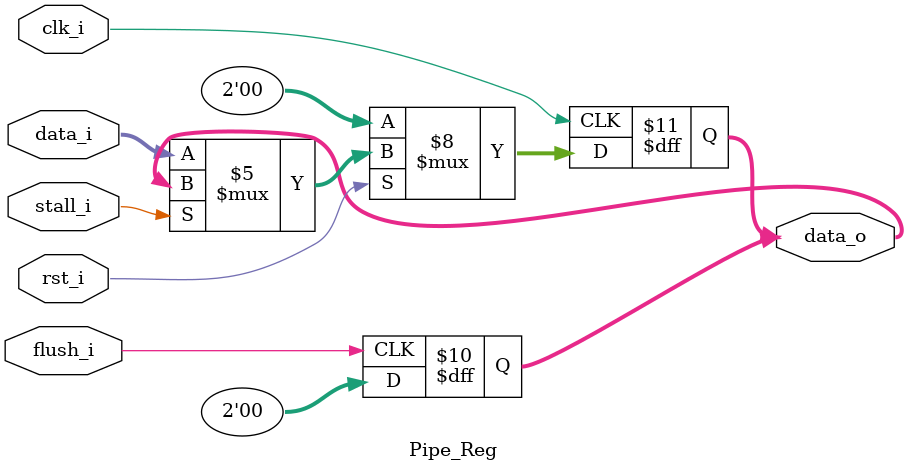
<source format=v>
`timescale 1ns / 1ps
module Pipe_Reg(
    stall_i,
    flush_i,
    clk_i,
    rst_i,
    data_i,
    data_o
    );
					
parameter size = 0;

input   flush_i;
input   stall_i;
input   clk_i;		  
input   rst_i;
input   [size-1:0] data_i;
output reg  [size-1:0] data_o;
	  
always@(posedge clk_i) begin
    if(~rst_i)
        data_o <= 0;
    else if (~stall_i)
        data_o <= data_i;
end

always@(posedge flush_i) begin
    data_o <= 0;

end

endmodule	
</source>
